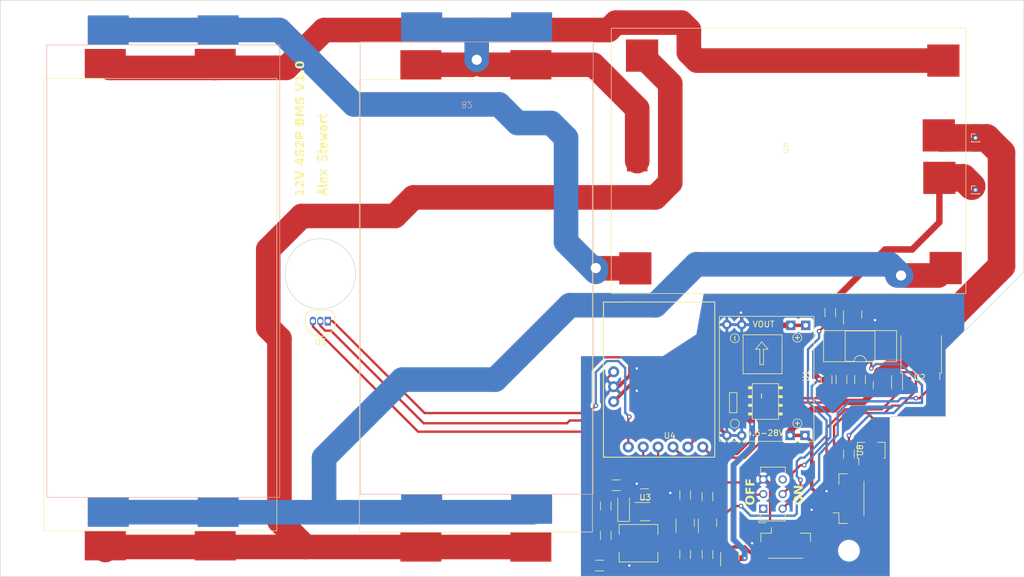
<source format=kicad_pcb>
(kicad_pcb (version 20221018) (generator pcbnew)
  (title_block (title "4s2p 18650 Mount, BMS with Power Distribution Circuit") (date "2024-06-03") (rev "6"))
  (layers (0 "F.Cu" signal) (31 "B.Cu" signal) (34 "B.Paste" user) (35 "F.Paste" user) (36 "B.SilkS" user "B.Silkscreen") (37 "F.SilkS" user "F.Silkscreen") (38 "B.Mask" user) (39 "F.Mask" user) (44 "Edge.Cuts" user))
  (net 0 "")
  (net 1 "Batt +")
  (net 2 "Batt -")
  (net 3 "Chgr operating 12V+")
  (net 4 "Chgr sgl 15V+")
  (net 5 "5v attiny out")
  (net 6 "Net-(Q2-B)")
  (net 7 "DCG SW VCC")
  (net 8 "Reg Batt 9v")
  (net 9 "CGE SW VCC")
  (net 10 "Net-(Q7-B)")
  (net 11 "Battery Vref")
  (net 12 "Batt SW VCC")
  (net 13 "Net-(R12-Pad2)")
  (net 14 "Net-(U4-P2)")
  (net 15 "15v+ CHG VCC")
  (net 16 "Net-(U4-P1)")
  (net 17 "Net-(D1-A)")
  (net 18 "Net-(U3-FB)")
  (net 19 "OUT 9V+ ")
  (net 20 "Net-(B1-B1+)")
  (net 21 "Net-(B1-B1-)")
  (net 22 "Net-(B2-B1-)")
  (net 23 "Net-(B3-B1-)")
  (net 24 "Net-(B4-B1-)")
  (net 25 "Charge supplied VCC")
  (net 28 "Net-(U4-P0)")
  (net 29 "GND")
  (net 30 "charger GND bypass")
  (net 31 "Net-(Q1-G)")
  (net 32 "Net-(SW1A-B)")
  (footprint "Resistor_SMD:R_1206_3216Metric" (layer "F.Cu") (at 179.075 146.155 90)
    (fp_text reference "R9" hide)
    (fp_text value "10K" hide)
  )
  (footprint "Resistor_SMD:R_1206_3216Metric" (layer "F.Cu") (at 203.2 116.305 90)
    (fp_text reference "R4" hide)
    (fp_text value "10K" hide)
  )
  (footprint "ChargingModuleLib:Digispark attiny85 board" (layer "F.Cu") (at 175.725 127.805)
    (fp_text reference "U4")
    (fp_text value "ATTiny 85 Module ")
  )
  (footprint "Resistor_SMD:R_1206_3216Metric" (layer "F.Cu") (at 203.835 104.875 -90)
    (fp_text reference "R11" hide)
    (fp_text value "100K" hide)
  )
  (footprint "DCDC buck converter lm2596:18650 Batt 2S Holder" (layer "F.Cu") (at 76.645 142.17)
    (fp_text reference "B4" hide)
    (fp_text value "~")
  )
  (footprint "Resistor_SMD:R_1206_3216Metric" (layer "F.Cu") (at 167.303 134.339)
    (fp_text reference "R2" hide)
    (fp_text value "200K" hide)
  )
  (footprint "Package_TO_SOT_SMD:SOT-23" (layer "F.Cu") (at 179.075 140.7425 90)
    (fp_text reference "Q7" hide)
    (fp_text value "PN100" hide)
  )
  (footprint "Capacitor_SMD:C_1206_3216Metric" (layer "F.Cu") (at 172.129 135.863)
    (fp_text reference "C1" hide)
    (fp_text value "4.7uf" hide)
  )
  (footprint "Resistor_SMD:R_1206_3216Metric" (layer "F.Cu") (at 207.01 129.005 90)
    (fp_text reference "R3" hide)
    (fp_text value "430R" hide)
  )
  (footprint "Capacitor_SMD:C_1206_3216Metric" (layer "F.Cu") (at 165.525 142.926 -90)
    (fp_text reference "C5" hide)
    (fp_text value "6.2pf" hide)
  )
  (footprint "Package_TO_SOT_SMD:SOT-23-5" (layer "F.Cu") (at 172.2505 138.845)
    (fp_text reference "U3")
    (fp_text value "TPS61040DBV" hide)
  )
  (footprint "Connector_JST:JST_GH_SM04B-GHS-TB_1x04-1MP_P1.25mm_Horizontal" (layer "F.Cu") (at 207.01 136.625 90)
    (fp_text reference "J3" hide)
    (fp_text value "JST CONN IN")
  )
  (footprint "Connector_JST:JST_GH_SM04B-GHS-TB_1x04-1MP_P1.25mm_Horizontal" (layer "F.Cu") (at 196.215 144.245)
    (fp_text reference "J1" hide)
    (fp_text value "JST CONN OUT")
  )
  (footprint "Resistor_SMD:R_1206_3216Metric" (layer "F.Cu") (at 205.74 116.305 -90)
    (fp_text reference "R10" hide)
    (fp_text value "10K" hide)
  )
  (footprint "DCDC buck converter lm2596:18650 Batt 2S Holder" (layer "F.Cu") (at 130.485 142.38)
    (fp_text reference "B3" hide)
    (fp_text value "~")
  )
  (footprint "Resistor_SMD:R_1206_3216Metric" (layer "F.Cu") (at 165.525 137.895 90)
    (fp_text reference "R1" hide)
    (fp_text value "2.2M" hide)
  )
  (footprint "Package_DIP:DIP-4_W8.89mm_SMDSocket_LongPads" (layer "F.Cu") (at 208.915 110.59 180)
    (fp_text reference "U7" hide)
    (fp_text value "PC817")
  )
  (footprint "MountingHole:MountingHole_3.2mm_M3" (layer "F.Cu") (at 66.675 145.515)
    (fp_text reference "REF**" hide)
    (fp_text value "MountingHole_3.2mm_M3" hide)
  )
  (footprint "Button_Switch_THT:SW_CuK_JS202011CQN_DPDT_Straight" (layer "F.Cu") (at 192.405 138.35 90)
    (fp_text reference "SW1" hide)
    (fp_text value "SW_DPDT_x2" hide)
  )
  (footprint "Package_TO_SOT_SMD:SOT-89-3" (layer "F.Cu") (at 210.82 128.37 90)
    (fp_text reference "U8")
    (fp_text value "L78L05_SOT89" hide)
  )
  (footprint "MountingHole:MountingHole_3.2mm_M3" (layer "F.Cu") (at 231.775 55.98)
    (fp_text reference "REF**" hide)
    (fp_text value "MountingHole_3.2mm_M3" hide)
  )
  (footprint "Package_TO_SOT_SMD:SOT-23" (layer "F.Cu") (at 207.645 105.1775 90)
    (fp_text reference "Q1" hide)
    (fp_text value "AO3400A" hide)
  )
  (footprint "Resistor_SMD:R_1206_3216Metric" (layer "F.Cu") (at 179.075 135.995 -90)
    (fp_text reference "R8" hide)
    (fp_text value "3k3" hide)
  )
  (footprint "Package_TO_SOT_SMD:SOT-23" (layer "F.Cu") (at 182.885 140.7425 90)
    (fp_text reference "Q2" hide)
    (fp_text value "PN100" hide)
  )
  (footprint "Connector_PinHeader_1.00mm:PinHeader_1x01_P1.00mm_Vertical" (layer "F.Cu") (at 228.6 83.92)
    (fp_text reference "J7" hide)
    (fp_text value "B-")
  )
  (footprint "Package_TO_SOT_SMD:TO-252-2" (layer "F.Cu") (at 219.335 111.9 90)
    (fp_text reference "U2")
    (fp_text value "~" hide)
  )
  (footprint "MountingHole:MountingHole_3.2mm_M3" (layer "F.Cu") (at 207.01 145.515)
    (fp_text reference "REF**" hide)
    (fp_text value "MountingHole_3.2mm_M3" hide)
  )
  (footprint "Connector_PinHeader_1.00mm:PinHeader_1x01_P1.00mm_Vertical" (layer "F.Cu") (at 228.6 75.03)
    (fp_text reference "J4" hide)
    (fp_text value "B+")
  )
  (footprint "Package_TO_SOT_THT:TO-92_Inline" (layer "F.Cu") (at 118.11 106.32 180)
    (fp_text reference "U5")
    (fp_text value "DS18B20")
  )
  (footprint "ChargingModuleLib:SRT_MPT1584EN_Module" (layer "F.Cu") (at 192.405 115.67 90)
    (fp_text reference "U1")
    (fp_text value "MP1584 ")
  )
  (footprint "DCDC buck converter lm2596:BMS 4S Module" (layer "F.Cu") (at 227.02 101.655 90)
    (fp_text reference "U6")
    (fp_text value "4s Batt Protect Module")
  )
  (footprint "Capacitor_SMD:C_1206_3216Metric" (layer "F.Cu") (at 164.465 148.055 180)
    (fp_text reference "C6" hide)
    (fp_text value "1uf" hide)
  )
  (footprint "Inductor_SMD:L_6.3x6.3_H3" (layer "F.Cu") (at 171.113 144.245 180)
    (fp_text reference "L1" hide)
    (fp_text value "10uh")
  )
  (footprint "Resistor_SMD:R_1206_3216Metric" (layer "F.Cu") (at 182.885 146.155 -90)
    (fp_text reference "R7" hide)
    (fp_text value "10K" hide)
  )
  (footprint "Diode_SMD:D_SOD-123" (layer "F.Cu") (at 168.573 138.149 90)
    (fp_text reference "D1" hide)
    (fp_text value "MBR0530" hide)
  )
  (footprint "MountingHole:MountingHole_3.2mm_M3" (layer "F.Cu") (at 66.675 55.345)
    (fp_text reference "REF**" hide)
    (fp_text value "MountingHole_3.2mm_M3" hide)
  )
  (footprint "Package_TO_SOT_SMD:SOT-23" (layer "F.Cu") (at 212.725 117.2725 -90)
    (fp_text reference "Q4" hide)
    (fp_text value "AO3407" hide)
  )
  (footprint "Resistor_SMD:R_1206_3216Metric" (layer "F.Cu") (at 182.885 136.293 90)
    (fp_text reference "R6" hide)
    (fp_text value "3k3" hide)
  )
  (footprint "Resistor_SMD:R_1206_3216Metric" (layer "F.Cu") (at 208.915 116.305 90)
    (fp_text reference "R12" hide)
    (fp_text value "430R" hide)
  )
  (footprint "Package_TO_SOT_SMD:SOT-23" (layer "F.Cu") (at 186.69 146.4525 90)
    (fp_text reference "Q3" hide)
    (fp_text value "AO3407" hide)
  )
  (footprint "DCDC buck converter lm2596:18650 Batt 2S Holder" (layer "B.Cu") (at 77.145 59.115)
    (fp_text reference "B1" hide)
    (fp_text value "~")
  )
  (footprint "DCDC buck converter lm2596:18650 Batt 2S Holder" (layer "B.Cu") (at 130.62 58.59)
    (fp_text reference "B2")
    (fp_text value "~")
  )
  (gr_line (start 227.33 51.535) (end 62.23 51.535) (stroke (width 0.1)) (layer "Edge.Cuts"))
  (gr_line (start 223.52 122.655) (end 223.52 111.225) (stroke (width 0.1)) (layer "Edge.Cuts"))
  (gr_line (start 213.995 132.18) (end 213.995 123.925) (stroke (width 0.1)) (layer "Edge.Cuts"))
  (gr_circle (center 116.84 98.24) (end 122.84 98.24) (stroke (width 0.1)) (fill none) (layer "Edge.Cuts"))
  (gr_line (start 62.23 51.535) (end 62.23 149.96) (stroke (width 0.1)) (layer "Edge.Cuts"))
  (gr_line (start 212.725 149.96) (end 213.995 149.96) (stroke (width 0.1)) (layer "Edge.Cuts"))
  (gr_line (start 62.23 149.96) (end 212.725 149.96) (stroke (width 0.1)) (layer "Edge.Cuts"))
  (gr_line (start 236.855 51.535) (end 227.33 51.535) (stroke (width 0.1)) (layer "Edge.Cuts"))
  (gr_line (start 223.52 122.655) (end 213.995 122.655) (stroke (width 0.1)) (layer "Edge.Cuts"))
  (gr_line (start 213.995 149.96) (end 213.995 132.18) (stroke (width 0.1)) (layer "Edge.Cuts"))
  (gr_line (start 236.855 97.89) (end 236.855 51.535) (stroke (width 0.1)) (layer "Edge.Cuts"))
  (gr_line (start 223.52 111.225) (end 236.855 97.89) (stroke (width 0.1)) (layer "Edge.Cuts"))
  (gr_line (start 213.995 123.925) (end 213.995 122.655) (stroke (width 0.1)) (layer "Edge.Cuts"))
  (gr_text "OFF\n" (at 191.135 137.795 90) (layer "F.SilkS") (effects (font (size 1.5 1.5) (thickness 0.3) bold) (justify left bottom)))
  (gr_text "ON\n" (at 199.39 137.795 90) (layer "F.SilkS") (effects (font (size 1.5 1.5) (thickness 0.3) bold) (justify left bottom)))
  (gr_text "Alex Stewart" (at 118.11 85.09 90) (layer "F.SilkS") (effects (font (size 1.5 1.5) (thickness 0.3) bold) (justify left bottom)))
  (gr_text "12V 4S2P BMS V1.0\n\n" (at 116.84 85.09 90) (layer "F.SilkS") (effects (font (size 1.5 1.5) (thickness 0.3) bold) (justify left bottom)))
  (segment (start 228.6 75.03) (end 222.77 75.03) (width 4.7) (layer "F.Cu") (net 1))
  (segment (start 197.32 134.21) (end 195.58 135.95) (width 0.4) (layer "F.Cu") (net 1))
  (segment (start 201.295 115.57) (end 201.295 114.3) (width 1) (layer "F.Cu") (net 1))
  (segment (start 203.735 111.86) (end 204.47 111.86) (width 0.4) (layer "F.Cu") (net 1))
  (segment (start 201.295 114.3) (end 203.735 111.86) (width 1) (layer "F.Cu") (net 1))
  (segment (start 212.437501 114.935) (end 213.607501 113.765) (width 1.5) (layer "F.Cu") (net 1))
  (segment (start 204.47 111.86) (end 204.47 113.5725) (width 0.6) (layer "F.Cu") (net 1))
  (segment (start 233.045 77.57) (end 230.505 75.03) (width 4.7) (layer "F.Cu") (net 1))
  (segment (start 233.045 96.93) (end 233.045 77.57) (width 4.7) (layer "F.Cu") (net 1))
  (segment (start 216.36 113.765) (end 217.81 112.315) (width 1.5) (layer "F.Cu") (net 1))
  (segment (start 211.775 116.335) (end 211.775 115.597501) (width 1.5) (layer "F.Cu") (net 1))
  (segment (start 211.775 115.597501) (end 212.09 115.282501) (width 1.5) (layer "F.Cu") (net 1))
  (segment (start 197.32 132.345) (end 197.32 134.21) (width 0.4) (layer "F.Cu") (net 1))
  (segment (start 230.505 75.03) (end 228.6 75.03) (width 4.7) (layer "F.Cu") (net 1))
  (segment (start 201.93 116.205) (end 201.295 115.57) (width 1) (layer "F.Cu") (net 1))
  (segment (start 212.09 115.282501) (end 212.09 114.935) (width 1.5) (layer "F.Cu") (net 1))
  (segment (start 199.39 130.91) (end 198.755 130.91) (width 0.4) (layer "F.Cu") (net 1))
  (segment (start 202.06 116.335) (end 211.775 116.335) (width 1) (layer "F.Cu") (net 1))
  (segment (start 213.607501 113.765) (end 216.36 113.765) (width 1.5) (layer "F.Cu") (net 1))
  (segment (start 219.335 110.64) (end 233.045 96.93) (width 4.7) (layer "F.Cu") (net 1))
  (segment (start 204.47 113.5725) (end 203.2 114.8425) (width 0.6) (layer "F.Cu") (net 1))
  (segment (start 201.93 116.205) (end 202.06 116.335) (width 0.4) (layer "F.Cu") (net 1))
  (segment (start 222.77 75.03) (end 222.345 74.605) (width 4.7) (layer "F.Cu") (net 1))
  (segment (start 198.755 130.91) (end 197.32 132.345) (width 0.4) (layer "F.Cu") (net 1))
  (via (at 199.39 130.91) (size 0.8) (drill 0.4) (layers "F.Cu" "B.Cu") (net 1))
  (via (at 201.93 116.205) (size 0.8) (drill 0.4) (layers "F.Cu" "B.Cu") (net 1))
  (segment (start 200.66 117.475) (end 200.66 119.48) (width 0.4) (layer "B.Cu") (net 1))
  (segment (start 201.93 116.205) (end 200.66 117.475) (width 0.4) (layer "B.Cu") (net 1))
  (segment (start 203.835 122.655) (end 203.835 126.1475) (width 0.4) (layer "B.Cu") (net 1))
  (segment (start 200.66 119.48) (end 203.835 122.655) (width 0.4) (layer "B.Cu") (net 1))
  (segment (start 203.835 126.1475) (end 199.39 130.91) (width 0.4) (layer "B.Cu") (net 1))
  (segment (start 222.445 89.44) (end 222.445 81.855) (width 1.1) (layer "F.Cu") (net 2))
  (segment (start 222.605 82.015) (end 222.445 81.855) (width 2.2) (layer "F.Cu") (net 2))
  (segment (start 222.445 81.855) (end 226.535 81.855) (width 4.7) (layer "F.Cu") (net 2))
  (segment (start 204.6625 104.24) (end 203.835 103.4125) (width 1.1) (layer "F.Cu") (net 2))
  (segment (start 203.835 103.4125) (end 213.1675 94.08) (width 1.1) (layer "F.Cu") (net 2))
  (segment (start 217.805 94.08) (end 222.445 89.44) (width 1.1) (layer "F.Cu") (net 2))
  (segment (start 213.1675 94.08) (end 217.805 94.08) (width 1.1) (layer "F.Cu") (net 2))
  (segment (start 226.535 81.855) (end 227.965 83.285) (width 4.7) (layer "F.Cu") (net 2))
  (segment (start 207.645 104.24) (end 204.6625 104.24) (width 1.1) (layer "F.Cu") (net 2))
  (segment (start 211.455 118.21) (end 209.55 120.115) (width 1.1) (layer "F.Cu") (net 3))
  (segment (start 205.813502 120.115) (end 204.543502 121.385) (width 1.1) (layer "F.Cu") (net 3))
  (segment (start 212.725 118.21) (end 211.455 118.21) (width 1.1) (layer "F.Cu") (net 3))
  (segment (start 204.310001 138.5) (end 205.16 138.5) (width 0.6) (layer "F.Cu") (net 3))
  (segment (start 199.517 125.83) (end 200.66 126.973) (width 0.6) (layer "F.Cu") (net 3))
  (segment (start 200.66 134.849999) (end 204.310001 138.5) (width 0.6) (layer "F.Cu") (net 3))
  (segment (start 196.977 125.068) (end 196.977 125.83) (width 1.1) (layer "F.Cu") (net 3))
  (segment (start 204.543502 121.385) (end 200.66 121.385) (width 1.1) (layer "F.Cu") (net 3))
  (segment (start 209.55 120.115) (end 205.813502 120.115) (width 1.1) (layer "F.Cu") (net 3))
  (segment (start 200.66 126.973) (end 200.66 134.849999) (width 0.6) (layer "F.Cu") (net 3))
  (segment (start 200.66 121.385) (end 196.977 125.068) (width 1.1) (layer "F.Cu") (net 3))
  (segment (start 199.517 125.83) (end 196.977 125.83) (width 0.6) (layer "F.Cu") (net 3))
  (segment (start 206.6925 122.02) (end 204.47 124.2425) (width 0.4) (layer "F.Cu") (net 4))
  (segment (start 210.185 122.02) (end 206.6925 122.02) (width 0.4) (layer "F.Cu") (net 4))
  (segment (start 204.47 127.1) (end 204.47 131.545) (width 0.4) (layer "F.Cu") (net 4))
  (segment (start 212.32 124.155) (end 210.185 122.02) (width 0.4) (layer "F.Cu") (net 4))
  (segment (start 213.675 116.335) (end 213.675 115.99) (width 0.4) (layer "F.Cu") (net 4))
  (segment (start 213.091764 122.02) (end 210.185 122.02) (width 0.4) (layer "F.Cu") (net 4))
  (segment (start 204.47 124.2425) (end 204.47 127.1) (width 0.4) (layer "F.Cu") (net 4))
  (segment (start 206.009999 137.25) (end 205.16 137.25) (width 0.4) (layer "F.Cu") (net 4))
  (segment (start 215.9 120.75) (end 214.361764 120.75) (width 0.4) (layer "F.Cu") (net 4))
  (segment (start 217.805 115.035) (end 218.44 115.67) (width 0.4) (layer "F.Cu") (net 4))
  (segment (start 207.01 134.085) (end 207.01 136.249999) (width 0.4) (layer "F.Cu") (net 4))
  (segment (start 218.44 115.67) (end 218.44 118.21) (width 0.4) (layer "F.Cu") (net 4))
  (segment (start 212.32 130.32) (end 212.32 124.155) (width 0.4) (layer "F.Cu") (net 4))
  (segment (start 204.47 131.545) (end 207.01 134.085) (width 0.4) (layer "F.Cu") (net 4))
  (segment (start 213.675 115.99) (end 214.63 115.035) (width 0.4) (layer "F.Cu") (net 4))
  (segment (start 214.63 115.035) (end 217.805 115.035) (width 0.4) (layer "F.Cu") (net 4))
  (segment (start 218.44 118.21) (end 215.9 120.75) (width 0.4) (layer "F.Cu") (net 4))
  (segment (start 214.361764 120.75) (end 213.091764 122.02) (width 0.4) (layer "F.Cu") (net 4))
  (segment (start 207.01 136.249999) (end 206.009999 137.25) (width 0.4) (layer "F.Cu") (net 4))
  (segment (start 173.604 135.863) (end 173.604 137.69) (width 0.4) (layer "F.Cu") (net 5))
  (segment (start 168.91 132.815) (end 171.456 132.815) (width 0.4) (layer "F.Cu") (net 5))
  (segment (start 171.456 132.815) (end 173.604 134.963) (width 0.4) (layer "F.Cu") (net 5))
  (segment (start 165.1 123.29) (end 165.1 116.75) (width 0.4) (layer "F.Cu") (net 5))
  (segment (start 115.57 106.32) (end 115.57 107.26) (width 0.4) (layer "F.Cu") (net 5))
  (segment (start 173.355 139.839) (end 173.399 139.795) (width 0.4) (layer "F.Cu") (net 5))
  (segment (start 165.1 116.75) (end 166.875 114.975) (width 0.4) (layer "F.Cu") (net 5))
  (segment (start 133.505 125.195) (end 163.195 125.195) (width 0.4) (layer "F.Cu") (net 5))
  (segment (start 115.57 107.26) (end 133.505 125.195) (width 0.4) (layer "F.Cu") (net 5))
  (segment (start 173.604 137.69) (end 173.399 137.895) (width 0.4) (layer "F.Cu") (net 5))
  (segment (start 173.399 139.795) (end 173.399 137.895) (width 0.4) (layer "F.Cu") (net 5))
  (segment (start 173.604 134.963) (end 173.604 135.863) (width 0.4) (layer "F.Cu") (net 5))
  (segment (start 167.64 129.64) (end 167.64 131.545) (width 0.4) (layer "F.Cu") (net 5))
  (segment (start 163.195 125.195) (end 165.735 127.735) (width 0.4) (layer "F.Cu") (net 5))
  (segment (start 165.735 127.735) (end 167.64 129.64) (width 0.4) (layer "F.Cu") (net 5))
  (segment (start 163.195 125.195) (end 165.1 123.29) (width 0.4) (layer "F.Cu") (net 5))
  (segment (start 167.64 131.545) (end 168.91 132.815) (width 0.4) (layer "F.Cu") (net 5))
  (segment (start 173.355 144.245) (end 173.355 139.839) (width 0.4) (layer "F.Cu") (net 5))
  (segment (start 183.835 138.7055) (end 182.885 137.7555) (width 0.4) (layer "F.Cu") (net 6))
  (segment (start 183.835 141.68) (end 183.835 138.7055) (width 0.4) (layer "F.Cu") (net 6))
  (segment (start 185.5125 147.6175) (end 185.74 147.39) (width 0.4) (layer "F.Cu") (net 7))
  (segment (start 182.885 147.6175) (end 185.5125 147.6175) (width 0.4) (layer "F.Cu") (net 7))
  (segment (start 190.5 123.925) (end 186.69 120.115) (width 0.6) (layer "F.Cu") (net 8))
  (segment (start 199.644 107.034) (end 197.104 107.034) (width 0.6) (layer "F.Cu") (net 8))
  (segment (start 190.5 123.925) (end 190.5 111.86) (width 1) (layer "F.Cu") (net 8))
  (segment (start 182.88 120.115) (end 180.075 117.31) (width 0.6) (layer "F.Cu") (net 8))
  (segment (start 190.5 111.86) (end 195.326 107.034) (width 1) (layer "F.Cu") (net 8))
  (segment (start 195.326 107.034) (end 197.104 107.034) (width 1) (layer "F.Cu") (net 8))
  (segment (start 186.69 120.115) (end 182.88 120.115) (width 0.6) (layer "F.Cu") (net 8))
  (segment (start 189.23 146.785) (end 188.245 146.785) (width 1) (layer "F.Cu") (net 8))
  (segment (start 188.245 146.785) (end 187.64 147.39) (width 1) (layer "F.Cu") (net 8))
  (segment (start 180.075 117.31) (end 169.62 117.31) (width 0.6) (layer "F.Cu") (net 8))
  (segment (start 169.62 117.31) (end 166.875 120.055) (width 0.6) (layer "F.Cu") (net 8))
  (via (at 190.5 123.925) (size 0.8) (drill 0.4) (layers "F.Cu" "B.Cu") (net 8))
  (via (at 189.23 146.785) (size 0.8) (drill 0.4) (layers "F.Cu" "B.Cu") (net 8))
  (segment (start 189.23 145.515) (end 189.23 146.785) (width 1) (layer "B.Cu") (net 8))
  (segment (start 187.325 130.91) (end 187.325 143.61) (width 1) (layer "B.Cu") (net 8))
  (segment (start 190.5 123.925) (end 190.5 127.735) (width 1) (layer "B.Cu") (net 8))
  (segment (start 190.5 127.735) (end 187.325 130.91) (width 1) (layer "B.Cu") (net 8))
  (segment (start 187.325 143.61) (end 189.23 145.515) (width 1) (layer "B.Cu") (net 8))
  (segment (start 219.075 119.48) (end 221.615 116.94) (width 0.4) (layer "F.Cu") (net 9))
  (segment (start 182.245 146.15) (end 180.7775 147.6175) (width 0.4) (layer "F.Cu") (net 9))
  (segment (start 180.7775 147.6175) (end 179.075 147.6175) (width 0.4) (layer "F.Cu") (net 9))
  (segment (start 185.42 139.8) (end 185.42 142.975) (width 0.4) (layer "F.Cu") (net 9))
  (segment (start 184.785 145.515) (end 184.15 146.15) (width 0.4) (layer "F.Cu") (net 9))
  (segment (start 184.785 143.61) (end 184.785 145.515) (width 0.4) (layer "F.Cu") (net 9))
  (segment (start 218.44 119.48) (end 219.075 119.48) (width 0.4) (layer "F.Cu") (net 9))
  (segment (start 187.325 137.895) (end 185.42 139.8) (width 0.4) (layer "F.Cu") (net 9))
  (segment (start 185.42 142.975) (end 184.785 143.61) (width 0.4) (layer "F.Cu") (net 9))
  (segment (start 188.595 137.895) (end 187.325 137.895) (width 0.4) (layer "F.Cu") (net 9))
  (segment (start 184.15 146.15) (end 182.245 146.15) (width 0.4) (layer "F.Cu") (net 9))
  (via (at 188.595 137.895) (size 0.8) (drill 0.4) (layers "F.Cu" "B.Cu") (net 9))
  (via (at 218.44 119.48) (size 0.8) (drill 0.4) (layers "F.Cu" "B.Cu") (net 9))
  (segment (start 190.25 139.55) (end 188.595 137.895) (width 0.4) (layer "B.Cu") (net 9))
  (segment (start 204.26657 126.564458) (end 201.93 129.067926) (width 0.4) (layer "B.Cu") (net 9))
  (segment (start 205.105 125.726028) (end 204.26657 126.564458) (width 0.4) (layer "B.Cu") (net 9))
  (segment (start 201.93 133.45) (end 198.12 137.26) (width 0.4) (layer "B.Cu") (net 9))
  (segment (start 201.93 129.067926) (end 201.93 133.45) (width 0.4) (layer "B.Cu") (net 9))
  (segment (start 218.44 119.48) (end 215.9 119.48) (width 0.4) (layer "B.Cu") (net 9))
  (segment (start 207.11 120.015) (end 205.105 122.02) (width 0.4) (layer "B.Cu") (net 9))
  (segment (start 198.12 139.165) (end 197.735 139.55) (width 0.4) (layer "B.Cu") (net 9))
  (segment (start 215.9 119.48) (end 215.365 120.015) (width 0.4) (layer "B.Cu") (net 9))
  (segment (start 215.365 120.015) (end 207.11 120.015) (width 0.4) (layer "B.Cu") (net 9))
  (segment (start 198.12 137.26) (end 198.12 139.165) (width 0.4) (layer "B.Cu") (net 9))
  (segment (start 197.735 139.55) (end 190.25 139.55) (width 0.4) (layer "B.Cu") (net 9))
  (segment (start 205.105 122.02) (end 205.105 125.726028) (width 0.4) (layer "B.Cu") (net 9))
  (segment (start 179.075 137.948125) (end 179.075 137.4575) (width 0.4) (layer "F.Cu") (net 10))
  (segment (start 180.025 141.68) (end 180.025 138.898125) (width 0.4) (layer "F.Cu") (net 10))
  (segment (start 180.025 138.898125) (end 179.075 137.948125) (width 0.4) (layer "F.Cu") (net 10))
  (segment (start 203.2 117.7675) (end 204.47 117.7675) (width 0.6) (layer "F.Cu") (net 11))
  (segment (start 180.875 125.83) (end 180.34 126.365) (width 0.4) (layer "F.Cu") (net 11))
  (segment (start 203.835 119.48) (end 193.675 119.48) (width 0.4) (layer "F.Cu") (net 11))
  (segment (start 180.34 127) (end 179.535 127.805) (width 0.4) (layer "F.Cu") (net 11))
  (segment (start 192.405 124.56) (end 187.96 129.005) (width 0.4) (layer "F.Cu") (net 11))
  (segment (start 182.88 125.83) (end 180.875 125.83) (width 0.4) (layer "F.Cu") (net 11))
  (segment (start 204.47 118.845) (end 203.835 119.48) (width 0.4) (layer "F.Cu") (net 11))
  (segment (start 187.96 129.005) (end 186.055 129.005) (width 0.4) (layer "F.Cu") (net 11))
  (segment (start 193.675 119.48) (end 192.405 120.75) (width 0.4) (layer "F.Cu") (net 11))
  (segment (start 204.47 117.7675) (end 204.47 118.845) (width 0.4) (layer "F.Cu") (net 11))
  (segment (start 204.47 117.7675) (end 205.74 117.7675) (width 0.6) (layer "F.Cu") (net 11))
  (segment (start 186.055 129.005) (end 182.88 125.83) (width 0.4) (layer "F.Cu") (net 11))
  (segment (start 180.34 126.365) (end 180.34 127) (width 0.4) (layer "F.Cu") (net 11))
  (segment (start 192.405 120.75) (end 192.405 124.56) (width 0.4) (layer "F.Cu") (net 11))
  (segment (start 205.74 118.845) (end 207.8375 118.845) (width 0.4) (layer "F.Cu") (net 12))
  (segment (start 193.781764 120.221764) (end 204.363236 120.221764) (width 0.4) (layer "F.Cu") (net 12))
  (segment (start 207.8375 118.845) (end 208.915 117.7675) (width 0.4) (layer "F.Cu") (net 12))
  (segment (start 184.15 129.005) (end 184.785 129.64) (width 0.4) (layer "F.Cu") (net 12))
  (segment (start 184.785 129.64) (end 189.23 129.64) (width 0.4) (layer "F.Cu") (net 12))
  (segment (start 189.23 129.64) (end 193.04 125.83) (width 0.4) (layer "F.Cu") (net 12))
  (segment (start 182.075 127.805) (end 183.275 129.005) (width 0.4) (layer "F.Cu") (net 12))
  (segment (start 193.04 120.963528) (end 193.781764 120.221764) (width 0.4) (layer "F.Cu") (net 12))
  (segment (start 183.275 129.005) (end 184.15 129.005) (width 0.4) (layer "F.Cu") (net 12))
  (segment (start 193.04 125.83) (end 193.04 120.963528) (width 0.4) (layer "F.Cu") (net 12))
  (segment (start 204.363236 120.221764) (end 205.74 118.845) (width 0.4) (layer "F.Cu") (net 12))
  (segment (start 210.82 112.495) (end 211.455 111.86) (width 0.4) (layer "F.Cu") (net 13))
  (segment (start 211.455 111.86) (end 213.36 111.86) (width 0.4) (layer "F.Cu") (net 13))
  (segment (start 207.01 127.5425) (end 207.01 125.83) (width 0.4) (layer "F.Cu") (net 13))
  (segment (start 210.82 111.86) (end 211.455 111.86) (width 0.4) (layer "F.Cu") (net 13))
  (segment (start 210.82 114.4) (end 210.82 112.495) (width 0.4) (layer "F.Cu") (net 13))
  (segment (start 208.915 114.8425) (end 208.915 113.765) (width 0.4) (layer "F.Cu") (net 13))
  (segment (start 208.915 113.765) (end 210.82 111.86) (width 0.4) (layer "F.Cu") (net 13))
  (segment (start 210.82 112.495) (end 210.82 111.86) (width 0.4) (layer "F.Cu") (net 13))
  (via (at 207.01 125.83) (size 0.8) (drill 0.4) (layers "F.Cu" "B.Cu") (net 13))
  (via (at 210.82 114.4) (size 0.8) (drill 0.4) (layers "F.Cu" "B.Cu") (net 13))
  (segment (start 219.475685 120.28) (end 219.475685 117.240685) (width 0.4) (layer "B.Cu") (net 13))
  (segment (start 219.475685 117.240685) (end 215.9 113.665) (width 0.4) (layer "B.Cu") (net 13))
  (segment (start 214.63 122.02) (end 216.37 120.28) (width 0.4) (layer "B.Cu") (net 13))
  (segment (start 215.9 113.665) (end 211.555 113.665) (width 0.4) (layer "B.Cu") (net 13))
  (segment (start 211.555 113.665) (end 210.82 114.4) (width 0.4) (layer "B.Cu") (net 13))
  (segment (start 216.37 120.28) (end 219.475685 120.28) (width 0.4) (layer "B.Cu") (net 13))
  (segment (start 210.82 122.02) (end 214.63 122.02) (width 0.4) (layer "B.Cu") (net 13))
  (segment (start 207.01 125.83) (end 210.82 122.02) (width 0.4) (layer "B.Cu") (net 13))
  (segment (start 180.8695 132.815) (end 182.885 134.8305) (width 0.4) (layer "F.Cu") (net 14))
  (segment (start 174.455 130.526472) (end 174.455 127.805) (width 0.4) (layer "F.Cu") (net 14))
  (segment (start 174.838528 130.91) (end 176.743528 132.815) (width 0.4) (layer "F.Cu") (net 14))
  (segment (start 174.838528 130.91) (end 174.455 130.526472) (width 0.4) (layer "F.Cu") (net 14))
  (segment (start 176.743528 132.815) (end 180.8695 132.815) (width 0.4) (layer "F.Cu") (net 14))
  (segment (start 180.1525 144.6925) (end 179.075 144.6925) (width 0.4) (layer "F.Cu") (net 15))
  (segment (start 180.35 146.15) (end 163.83 146.15) (width 0.4) (layer "F.Cu") (net 15))
  (segment (start 166.825 140.6575) (end 165.525 139.3575) (width 0.4) (layer "F.Cu") (net 15))
  (segment (start 167.939 139.165) (end 166.4795 139.165) (width 0.4) (layer "F.Cu") (net 15))
  (segment (start 180.98 145.52) (end 180.35 146.15) (width 0.4) (layer "F.Cu") (net 15))
  (segment (start 165.525 144.401) (end 163.803 146.123) (width 0.4) (layer "F.Cu") (net 15))
  (segment (start 165.525 144.401) (end 166.131 144.401) (width 0.4) (layer "F.Cu") (net 15))
  (segment (start 166.4795 139.165) (end 166.033 139.6115) (width 0.4) (layer "F.Cu") (net 15))
  (segment (start 165.525 144.401) (end 166.825 143.101) (width 0.4) (layer "F.Cu") (net 15))
  (segment (start 181.8075 144.6925) (end 182.885 144.6925) (width 0.4) (layer "F.Cu") (net 15))
  (segment (start 166.825 143.101) (end 166.825 140.6575) (width 0.4) (layer "F.Cu") (net 15))
  (segment (start 180.98 145.52) (end 181.8075 144.6925) (width 0.4) (layer "F.Cu") (net 15))
  (segment (start 162.99 146.936) (end 162.99 147.42) (width 0.4) (layer "F.Cu") (net 15))
  (segment (start 182.885 139.805) (end 182.885 144.6925) (width 0.4) (layer "F.Cu") (net 15))
  (segment (start 163.803 146.123) (end 162.99 146.936) (width 0.4) (layer "F.Cu") (net 15))
  (segment (start 168.573 139.799) (end 167.939 139.165) (width 0.4) (layer "F.Cu") (net 15))
  (segment (start 180.98 145.52) (end 180.1525 144.6925) (width 0.4) (layer "F.Cu") (net 15))
  (segment (start 163.83 146.15) (end 163.803 146.123) (width 0.4) (layer "F.Cu") (net 15))
  (segment (start 179.075 139.805) (end 179.075 144.6925) (width 0.4) (layer "F.Cu") (net 15))
  (segment (start 179.075 134.09) (end 179.075 134.5325) (width 0.4) (layer "F.Cu") (net 16))
  (segment (start 171.915 130.74) (end 171.915 127.805) (width 0.4) (layer "F.Cu") (net 16))
  (segment (start 176.53 133.45) (end 174.625 133.45) (width 0.4) (layer "F.Cu") (net 16))
  (segment (start 179.075 134.5325) (end 177.6125 134.5325) (width 0.4) (layer "F.Cu") (net 16))
  (segment (start 177.6125 134.5325) (end 176.53 133.45) (width 0.4) (layer "F.Cu") (net 16))
  (segment (start 174.625 133.45) (end 171.915 130.74) (width 0.4) (layer "F.Cu") (net 16))
  (segment (start 168.319 141.959) (end 168.735 141.543) (width 0.4) (layer "F.Cu") (net 17))
  (segment (start 169.969 137.895) (end 168.573 136.499) (width 0.4) (layer "F.Cu") (net 17))
  (segment (start 167.855 144.245) (end 168.319 143.781) (width 0.4) (layer "F.Cu") (net 17))
  (segment (start 171.367 141.197) (end 172.1755 140.3885) (width 0.4) (layer "F.Cu") (net 17))
  (segment (start 170.513 141.543) (end 170.859 141.197) (width 0.4) (layer "F.Cu") (net 17))
  (segment (start 171.124 137.895) (end 169.969 137.895) (width 0.4) (layer "F.Cu") (net 17))
  (segment (start 171.775499 137.895) (end 171.113 137.895) (width 0.4) (layer "F.Cu") (net 17))
  (segment (start 168.735 141.543) (end 170.513 141.543) (width 0.4) (layer "F.Cu") (net 17))
  (segment (start 170.859 141.197) (end 171.367 141.197) (width 0.4) (layer "F.Cu") (net 17))
  (segment (start 168.319 143.781) (end 168.319 141.959) (width 0.4) (layer "F.Cu") (net 17))
  (segment (start 172.1755 140.3885) (end 172.1755 138.295001) (width 0.4) (layer "F.Cu") (net 17))
  (segment (start 172.1755 138.295001) (end 171.775499 137.895) (width 0.4) (layer "F.Cu") (net 17))
  (segment (start 171.113 139.795) (end 170.059118 139.795) (width 0.4) (layer "F.Cu") (net 18))
  (segment (start 164.623834 138.395) (end 164.25 138.768834) (width 0.4) (layer "F.Cu") (net 18))
  (segment (start 167.976354 138.241) (end 166.957 137.221646) (width 0.4) (layer "F.Cu") (net 18))
  (segment (start 165.525 137.895) (end 165.025 138.395) (width 0.4) (layer "F.Cu") (net 18))
  (segment (start 164.25 138.768834) (end 164.25 141.192) (width 0.4) (layer "F.Cu") (net 18))
  (segment (start 165.025 138.395) (end 164.623834 138.395) (width 0.4) (layer "F.Cu") (net 18))
  (segment (start 165.525 136.4325) (end 165.525 137.895) (width 0.4) (layer "F.Cu") (net 18))
  (segment (start 164.25 141.192) (end 164.509 141.451) (width 0.4) (layer "F.Cu") (net 18))
  (segment (start 166.957 137.221646) (end 166.957 135.4555) (width 0.4) (layer "F.Cu") (net 18))
  (segment (start 164.509 141.451) (end 165.525 141.451) (width 0.4) (layer "F.Cu") (net 18))
  (segment (start 170.059118 139.795) (end 168.505118 138.241) (width 0.4) (layer "F.Cu") (net 18))
  (segment (start 166.957 135.4555) (end 165.8405 134.339) (width 0.4) (layer "F.Cu") (net 18))
  (segment (start 165.8405 136.117) (end 165.525 136.4325) (width 0.4) (layer "F.Cu") (net 18))
  (segment (start 165.8405 136.494) (end 166.033 136.6865) (width 0.4) (layer "F.Cu") (net 18))
  (segment (start 168.505118 138.241) (end 167.976354 138.241) (width 0.4) (layer "F.Cu") (net 18))
  (segment (start 165.8405 134.339) (end 165.8405 136.117) (width 0.4) (layer "F.Cu") (net 18))
  (segment (start 189.227207 144.88) (end 190.127207 145.78) (width 0.6) (layer "F.Cu") (net 19))
  (segment (start 193.04 148.055) (end 195.59 145.505) (width 0.6) (layer "F.Cu") (net 19))
  (segment (start 195.59 145.505) (end 195.59 142.395) (width 0.6) (layer "F.Cu") (net 19))
  (segment (start 190.127207 145.78) (end 190.202107 145.78) (width 0.6) (layer "F.Cu") (net 19))
  (segment (start 190.644214 146.222107) (end 190.644214 147.564214) (width 0.6) (layer "F.Cu") (net 19))
  (segment (start 191.135 148.055) (end 193.04 148.055) (width 0.6) (layer "F.Cu") (net 19))
  (segment (start 190.644214 147.564214) (end 191.135 148.055) (width 0.6) (layer "F.Cu") (net 19))
  (segment (start 190.202107 145.78) (end 190.644214 146.222107) (width 0.6) (layer "F.Cu") (net 19))
  (segment (start 186.69 145.515) (end 187.325 144.88) (width 0.6) (layer "F.Cu") (net 19))
  (segment (start 187.325 144.88) (end 189.227207 144.88) (width 0.6) (layer "F.Cu") (net 19))
  (segment (start 170.57 97.305) (end 163.88 97.305) (width 4.2) (layer "F.Cu") (net 20))
  (segment (start 163.88 97.305) (end 163.83 97.255) (width 4.2) (layer "F.Cu") (net 20))
  (segment (start 169.985 97.89) (end 170.57 97.305) (width 4.2) (layer "F.Cu") (net 20))
  (via (at 163.83 97.255) (size 2.6) (drill 1.73) (layers "F.Cu" "B.Cu") (net 20))
  (segment (start 99.545 56.785) (end 99.56 56.8) (width 4.2) (layer "B.Cu") (net 20))
  (segment (start 150.495 72.49) (end 156.21 72.49) (width 4.2) (layer "B.Cu") (net 20))
  (segment (start 156.21 72.49) (end 158.75 75.03) (width 4.2) (layer "B.Cu") (net 20))
  (segment (start 99.4006 56.605) (end 109.845 56.605) (width 4.2) (layer "B.Cu") (net 20))
  (segment (start 109.845 56.605) (end 122.555 69.315) (width 4.2) (layer "B.Cu") (net 20))
  (segment (start 80.655 56.605) (end 80.645 56.615) (width 4.2) (layer "B.Cu") (net 20))
  (segment (start 158.75 92.81) (end 163.195 97.255) (width 4.2) (layer "B.Cu") (net 20))
  (segment (start 99.4006 56.605) (end 80.655 56.605) (width 4.2) (layer "B.Cu") (net 20))
  (segment (start 158.75 75.03) (end 158.75 92.81) (width 4.2) (layer "B.Cu") (net 20))
  (segment (start 163.83 97.255) (end 163.83 97.89) (width 4.2) (layer "B.Cu") (net 20))
  (segment (start 147.32 69.315) (end 150.495 72.49) (width 4.2) (layer "B.Cu") (net 20))
  (segment (start 163.83 97.89) (end 163.195 97.255) (width 4.2) (layer "B.Cu") (net 20))
  (segment (start 163.195 97.255) (end 163.83 97.255) (width 4.2) (layer "B.Cu") (net 20))
  (segment (start 122.555 69.315) (end 147.32 69.315) (width 4.2) (layer "B.Cu") (net 20))
  (segment (start 215.9 98.525) (end 222.25 98.525) (width 4.2) (layer "F.Cu") (net 21))
  (segment (start 222.25 98.525) (end 223.52 97.255) (width 4.2) (layer "F.Cu") (net 21))
  (via (at 215.9 98.525) (size 2.6) (drill 1.73) (layers "F.Cu" "B.Cu") (net 21))
  (segment (start 159.385 103.605) (end 173.99 103.605) (width 4.2) (layer "B.Cu") (net 21))
  (segment (start 117.475 138.955) (end 117.475 129.64) (width 4.2) (layer "B.Cu") (net 21))
  (segment (start 134.2744 138.955) (end 134.2794 138.95) (width 4.2) (layer "B.Cu") (net 21))
  (segment (start 130.81 116.305) (end 146.685 116.305) (width 4.2) (layer "B.Cu") (net 21))
  (segment (start 213.995 96.62) (end 215.9 98.525) (width 4.2) (layer "B.Cu") (net 21))
  (segment (start 99.3856 138.94) (end 99.4006 138.955) (width 4.2) (layer "B.Cu") (net 21))
  (segment (start 146.685 116.305) (end 159.385 103.605) (width 4.2) (layer "B.Cu") (net 21))
  (segment (start 153.025 138.95) (end 153.035 138.94) (width 4.2) (layer "B.Cu") (net 21))
  (segment (start 99.55 139.135) (end 99.56 139.125) (width 4.2) (layer "B.Cu") (net 21))
  (segment (start 134.2794 138.95) (end 153.025 138.95) (width 4.2) (layer "B.Cu") (net 21))
  (segment (start 99.4006 138.955) (end 117.475 138.955) (width 4.2) (layer "B.Cu") (net 21))
  (segment (start 173.99 103.605) (end 180.975 96.62) (width 4.2) (layer "B.Cu") (net 21))
  (segment (start 80.645 138.94) (end 99.3856 138.94) (width 4.2) (layer "B.Cu") (net 21))
  (segment (start 180.975 96.62) (end 213.995 96.62) (width 4.2) (layer "B.Cu") (net 21))
  (segment (start 117.475 138.955) (end 134.2744 138.955) (width 4.2) (layer "B.Cu") (net 21))
  (segment (start 215.9 98.525) (end 215.265 98.525) (width 4.2) (layer "B.Cu") (net 21))
  (segment (start 117.475 129.64) (end 130.81 116.305) (width 4.2) (layer "B.Cu") (net 21))
  (segment (start 142.665 62.54) (end 134 62.54) (width 4.2) (layer "F.Cu") (net 22))
  (segment (start 134 62.54) (end 133.985 62.555) (width 4.2) (layer "F.Cu") (net 22))
  (segment (start 144.355 62.54) (end 143.51 61.695) (width 4.2) (layer "F.Cu") (net 22))
  (segment (start 163.405 62.54) (end 170.895 70.03) (width 4.2) (layer "F.Cu") (net 22))
  (segment (start 143.51 61.695) (end 142.665 62.54) (width 4.2) (layer "F.Cu") (net 22))
  (segment (start 170.895 70.03) (end 170.895 79.005) (width 4.2) (layer "F.Cu") (net 22))
  (segment (start 152.7406 62.54) (end 163.405 62.54) (width 4.2) (layer "F.Cu") (net 22))
  (segment (start 152.7406 62.54) (end 144.355 62.54) (width 4.2) (layer "F.Cu") (net 22))
  (via (at 143.51 61.695) (size 2.6) (drill 1.73) (layers "F.Cu" "B.Cu") (net 22))
  (segment (start 153.035 56.615) (end 144.145 56.615) (width 4.2) (layer "B.Cu") (net 22))
  (segment (start 153.02 56.6) (end 153.035 56.615) (width 4.2) (layer "B.Cu") (net 22))
  (segment (start 134.2944 56.615) (end 134.2794 56.6) (width 4.2) (layer "B.Cu") (net 22))
  (segment (start 143.51 57.25) (end 144.145 56.615) (width 4.2) (layer "B.Cu") (net 22))
  (segment (start 143.51 61.695) (end 143.51 57.25) (width 4.2) (layer "B.Cu") (net 22))
  (segment (start 144.145 56.615) (end 134.2944 56.615) (width 4.2) (layer "B.Cu") (net 22))
  (segment (start 80.67 144.88) (end 80.145 145.405) (width 4.2) (layer "F.Cu") (net 23))
  (segment (start 109.855 140.435) (end 109.855 109.32) (width 4.2) (layer "F.Cu") (net 23))
  (segment (start 133.985 144.88) (end 114.3 144.88) (width 4.2) (layer "F.Cu") (net 23))
  (segment (start 152.7406 144.89) (end 133.995 144.89) (width 4.2) (layer "F.Cu") (net 23))
  (segment (start 133.995 144.89) (end 133.985 144.88) (width 4.2) (layer "F.Cu") (net 23))
  (segment (start 129.54 88.365) (end 132.715 85.19) (width 4.2) (layer "F.Cu") (net 23))
  (segment (start 107.95 107.415) (end 107.95 94.08) (width 4.2) (layer "F.Cu") (net 23))
  (segment (start 114.3 144.88) (end 109.855 140.435) (width 4.2) (layer "F.Cu") (net 23))
  (segment (start 113.665 88.365) (end 129.54 88.365) (width 4.2) (layer "F.Cu") (net 23))
  (segment (start 171.72 60.695) (end 171.72 60.98) (width 4.2) (layer "F.Cu") (net 23))
  (segment (start 176.53 82.65) (end 176.53 65.79) (width 4.2) (layer "F.Cu") (net 23))
  (segment (start 173.99 85.19) (end 176.53 82.65) (width 4.2) (layer "F.Cu") (net 23))
  (segment (start 114.3 144.88) (end 80.67 144.88) (width 4.2) (layer "F.Cu") (net 23))
  (segment (start 107.95 94.08) (end 113.665 88.365) (width 4.2) (layer "F.Cu") (net 23))
  (segment (start 109.855 109.32) (end 107.95 107.415) (width 4.2) (layer "F.Cu") (net 23))
  (segment (start 176.53 65.79) (end 171.72 60.98) (width 4.2) (layer "F.Cu") (net 23))
  (segment (start 132.715 85.19) (end 173.99 85.19) (width 4.2) (layer "F.Cu") (net 23))
  (segment (start 179.705 60.425) (end 181.11 61.83) (width 4.2) (layer "F.Cu") (net 24))
  (segment (start 179.705 56.615) (end 179.705 60.425) (width 4.2) (layer "F.Cu") (net 24))
  (segment (start 181.11 61.83) (end 223.12 61.83) (width 4.2) (layer "F.Cu") (net 24))
  (segment (start 165.985 56.615) (end 167.255 55.345) (width 4.2) (layer "F.Cu") (net 24))
  (segment (start 111.025 63.065) (end 117.475 56.615) (width 4.2) (layer "F.Cu") (net 24))
  (segment (start 178.435 55.345) (end 179.705 56.615) (width 4.2) (layer "F.Cu") (net 24))
  (segment (start 80.145 62.345) (end 80.88 63.08) (width 4.2) (layer "F.Cu") (net 24))
  (segment (start 117.475 56.615) (end 165.985 56.615) (width 4.2) (layer "F.Cu") (net 24))
  (segment (start 80.88 63.08) (end 98.8856 63.08) (width 4.2) (layer "F.Cu") (net 24))
  (segment (start 98.8856 63.08) (end 98.9006 63.065) (width 4.2) (layer "F.Cu") (net 24))
  (segment (start 167.255 55.345) (end 178.435 55.345) (width 4.2) (layer "F.Cu") (net 24))
  (segment (start 98.9006 63.065) (end 111.025 63.065) (width 4.2) (layer "F.Cu") (net 24))
  (segment (start 203.2 132.79) (end 203.2 124.56) (width 0.4) (layer "F.Cu") (net 25))
  (segment (start 206.375 121.385) (end 212.61 121.385) (width 0.4) (layer "F.Cu") (net 25))
  (segment (start 212.61 121.385) (end 217.055 116.94) (width 0.4) (layer "F.Cu") (net 25))
  (segment (start 203.2 124.56) (end 206.375 121.385) (width 0.4) (layer "F.Cu") (net 25))
  (segment (start 205.16 134.75) (end 203.2 132.79) (width 0.4) (layer "F.Cu") (net 25))
  (segment (start 161.29 123.29) (end 159.385 123.29) (width 0.4) (layer "F.Cu") (net 28))
  (segment (start 169.375 122.825) (end 169.375 127.805) (width 0.4) (layer "F.Cu") (net 28))
  (segment (start 117.665 107.95) (end 116.84 107.125) (width 0.4) (layer "F.Cu") (net 28))
  (segment (start 134.45 123.755) (end 118.645 107.95) (width 0.4) (layer "F.Cu") (net 28))
  (segment (start 116.84 107.125) (end 116.84 106.832944) (width 0.4) (layer "F.Cu") (net 28))
  (segment (start 169.545 122.655) (end 169.375 122.825) (width 0.4) (layer "F.Cu") (net 28))
  (segment (start 159.385 123.29) (end 158.92 123.755) (width 0.4) (layer "F.Cu") (net 28))
  (segment (start 163.83 120.75) (end 161.29 123.29) (width 0.4) (layer "F.Cu") (net 28))
  (segment (start 118.645 107.95) (end 117.665 107.95) (width 0.4) (layer "F.Cu") (net 28))
  (segment (start 158.92 123.755) (end 134.45 123.755) (width 0.4) (layer "F.Cu") (net 28))
  (via (at 169.545 122.655) (size 0.8) (drill 0.4) (layers "F.Cu" "B.Cu") (net 28))
  (via (at 163.83 120.75) (size 0.8) (drill 0.4) (layers "F.Cu" "B.Cu") (net 28))
  (segment (start 165.735 113.13) (end 167.64 113.13) (width 0.4) (layer "B.Cu") (net 28))
  (segment (start 163.83 115.035) (end 165.735 113.13) (width 0.4) (layer "B.Cu") (net 28))
  (segment (start 163.83 120.75) (end 163.83 115.035) (width 0.4) (layer "B.Cu") (net 28))
  (segment (start 168.845 114.335) (end 168.845 121.955) (width 0.4) (layer "B.Cu") (net 28))
  (segment (start 168.845 121.955) (end 169.545 122.655) (width 0.4) (layer "B.Cu") (net 28))
  (segment (start 167.64 113.13) (end 168.845 114.335) (width 0.4) (layer "B.Cu") (net 28))
  (segment (start 188.722 106.9324) (end 188.722 105.002) (width 0.6) (layer "F.Cu") (net 29))
  (segment (start 212.725 109.32) (end 213.36 109.32) (width 0.6) (layer "F.Cu") (net 29))
  (segment (start 176.535 135.658) (end 176.833 135.658) (width 0.4) (layer "F.Cu") (net 29))
  (segment (start 181.935 141.68) (end 181.61 141.355) (width 0.4) (layer "F.Cu") (net 29))
  (segment (start 170.654 134.246) (end 170.654 135.863) (width 0.4) (layer "F.Cu") (net 29))
  (segment (start 190.5 143.61) (end 193.55 140.56) (width 0.4) (layer "F.Cu") (net 29))
  (segment (start 192.985 142.395) (end 194.34 142.395) (width 0.4) (layer "F.Cu") (net 29))
  (segment (start 118.92 106.32) (end 118.11 106.32) (width 0.4) (layer "F.Cu") (net 29))
  (segment (start 169.545 115.67) (end 170.815 114.4) (width 0.6) (layer "F.Cu") (net 29))
  (segment (start 165.94 148.055) (end 169.545 148.055) (width 0.6) (layer "F.Cu") (net 29))
  (segment (start 203.845 136) (end 205.16 136) (width 1.2) (layer "F.Cu") (net 29))
  (segment (start 207.355 112.785) (end 207.355 113.2275) (width 0.6) (layer "F.Cu") (net 29))
  (segment (start 170.815 134.085) (end 170.654 134.246) (width 0.4) (layer "F.Cu") (net 29))
  (segment (start 167.7 117.515) (end 166.24 117.515) (width 0.6) (layer "F.Cu") (net 29))
  (segment (start 190.5 144.245) (end 191.135 144.245) (width 0.4) (layer "F.Cu") (net 29))
  (segment (start 170.815 118.21) (end 178.562 118.21) (width 0.6) (layer "F.Cu") (net 29))
  (segment (start 176.833 135.658) (end 177.17 135.995) (width 0.4) (layer "F.Cu") (net 29))
  (segment (start 180.98 138.535) (end 180.98 136.63) (width 0.4) (layer "F.Cu") (net 29))
  (segment (start 165.1 112.495) (end 162.56 115.035) (width 0.4) (layer "F.Cu") (net 29))
  (segment (start 178.125 141.68) (end 177.17 140.725) (width 0.4) (layer "F.Cu") (net 29))
  (segment (start 210.82 134.72) (end 210.82 130.2325) (width 0.4) (layer "F.Cu") (net 29))
  (segment (start 169.545 115.67) (end 167.7 117.515) (width 0.6) (layer "F.Cu") (net 29))
  (segment (start 167.557 136.973118) (end 167.557 135.5475) (width 0.4) (layer "F.Cu") (net 29))
  (segment (start 168.224882 137.641) (end 167.557 136.973118) (width 0.4) (layer "F.Cu") (net 29))
  (segment (start 168.7655 134.339) (end 169.13 134.339) (width 0.4) (layer "F.Cu") (net 29))
  (segment (start 192.915 133.45) (end 192.28 133.45) (width 0.4) (layer "F.Cu") (net 29))
  (segment (start 191.135 144.245) (end 192.985 142.395) (width 0.4) (layer "F.Cu") (net 29))
  (segment (start 201.93 139.8) (end 205.74 139.8) (width 0.4) (layer "F.Cu") (net 29))
  (segment (start 180.98 136.63) (end 180.345 135.995) (width 0.4) (layer "F.Cu") (net 29))
  (segment (start 169.545 112.495) (end 165.1 112.495) (width 0.4) (layer "F.Cu") (net 29))
  (segment (start 209.895 107.415) (end 210.185 107.415) (width 1) (layer "F.Cu") (net 29))
  (segment (start 178.562 118.21) (end 186.182 125.83) (width 0.6) (layer "F.Cu") (net 29))
  (segment (start 203.2 135.355) (end 203.845 136) (width 1.2) (layer "F.Cu") (net 29))
  (segment (start 207.355 113.2275) (end 205.74 114.8425) (width 1.2) (layer "F.Cu") (net 29))
  (segment (start 169.545 115.67) (end 169.545 112.495) (width 0.4) (layer "F.Cu") (net 29))
  (segment (start 209.895 110.245) (end 207.355 112.785) (width 1.2) (layer "F.Cu") (net 29))
  (segment (start 134.62 122.02) (end 118.92 106.32) (width 0.4) (layer "F.Cu") (net 29))
  (segment (start 209.895 107.415) (end 210.82 107.415) (width 1) (layer "F.Cu") (net 29))
  (segment (start 208.595 106.115) (end 209.895 107.415) (width 1) (layer "F.Cu") (net 29))
  (segment (start 180.345 135.995) (end 177.17 135.995) (width 0.4) (layer "F.Cu") (net 29))
  (segment (start 161.29 122.02) (end 134.62 122.02) (width 0.4) (layer "F.Cu") (net 29))
  (segment (start 200.66 138.53) (end 201.93 139.8) (width 0.4) (layer "F.Cu") (net 29))
  (segment (start 210.185 107.415) (end 211.455 106.145) (width 1) (layer "F.Cu") (net 29))
  (segment (start 209.895 107.415) (end 209.895 110.245) (width 1.2) (layer "F.Cu") (net 29))
  (segment (start 177.17 140.725) (end 177.17 135.995) (width 0.4) (layer "F.Cu") (net 29))
  (segment (start 162.56 115.035) (end 162.56 120.75) (width 0.4) (layer "F.Cu") (net 29))
  (segment (start 162.56 120.75) (end 161.29 122.02) (width 0.4) (layer "F.Cu") (net 29))
  (segment (start 210.82 107.415) (end 212.725 109.32) (width 1) (layer "F.Cu") (net 29))
  (segment (start 167.557 135.5475) (end 168.7655 134.339) (width 0.4) (layer "F.Cu") (net 29))
  (segment (start 188.722 105.002) (end 188.595 104.875) (width 0.6) (layer "F.Cu") (net 29))
  (segment (start 190.5 144.245) (end 190.5 143.61) (width 0.4) (layer "F.Cu") (net 29))
  (segment (start 193.55 140.56) (end 193.55 134.085) (width 0.4) (layer "F.Cu") (net 29))
  (segment (start 181.61 141.355) (end 181.61 139.165) (width 0.4) (layer "F.Cu") (net 29))
  (segment (start 213.36 109.32) (end 214.63 109.32) (width 0.6) (layer "F.Cu") (net 29))
  (segment (start 181.61 139.165) (end 180.98 138.535) (width 0.4) (layer "F.Cu") (net 29))
  (segment (start 205.74 139.8) (end 210.82 134.72) (width 0.4) (layer "F.Cu") (net 29))
  (segment (start 168.753646 137.641) (end 168.224882 137.641) (width 0.4) (layer "F.Cu") (net 29))
  (segment (start 171.113 138.845) (end 169.957646 138.845) (width 0.4) (layer "F.Cu") (net 29))
  (segment (start 170.815 134.085) (end 170.654 133.924) (width 0.4) (layer "F.Cu") (net 29))
  (segment (start 169.13 134.339) (end 170.654 135.863) (width 0.4) (layer "F.Cu") (net 29))
  (segment (start 193.55 134.085) (end 192.915 133.45) (width 0.4) (layer "F.Cu") (net 29))
  (segment (start 169.957646 138.845) (end 168.753646 137.641) (width 0.4) (layer "F.Cu") (net 29))
  (via (at 203.2 135.355) (size 0.8) (drill 0.4) (layers "F.Cu" "B.Cu") (net 29))
  (via (at 176.535 135.658) (size 0.8) (drill 0.4) (layers "F.Cu" "B.Cu") (net 29))
  (via (at 211.455 106.145) (size 0.8) (drill 0.4) (layers "F.Cu" "B.Cu") (net 29))
  (via (at 169.545 148.055) (size 0.8) (drill 0.4) (layers "F.Cu" "B.Cu") (net 29))
  (via (at 188.595 104.875) (size 0.8) (drill 0.4) (layers "F.Cu" "B.Cu") (net 29))
  (via (at 170.815 114.4) (size 0.8) (drill 0.4) (layers "F.Cu" "B.Cu") (net 29))
  (via (at 200.66 138.53) (size 0.8) (drill 0.4) (layers "F.Cu" "B.Cu") (net 29))
  (via (at 170.815 118.21) (size 0.8) (drill 0.4) (layers "F.Cu" "B.Cu") (net 29))
  (via (at 190.5 144.245) (size 0.8) (drill 0.4) (layers "F.Cu" "B.Cu") (net 29))
  (via (at 170.815 134.085) (size 0.8) (drill 0.4) (layers "F.Cu" "B.Cu") (net 29))
  (segment (start 210.82 105.51) (end 210.82 103.745) (width 1) (layer "B.Cu") (net 29))
  (segment (start 196.460393 147.174607) (end 200.66 142.975) (width 1.2) (layer "B.Cu") (net 29))
  (segment (start 211.455 106.145) (end 210.82 105.51) (width 1) (layer "B.Cu") (net 29))
  (segment (start 182.245 106.78) (end 184.15 104.875) (width 0.6) (layer "B.Cu") (net 29))
  (segment (start 182.245 110.49) (end 182.245 106.78) (width 0.6) (layer "B.Cu") (net 29))
  (segment (start 187.99 148.085) (end 169.575 148.085) (width 0.6) (layer "B.Cu") (net 29))
  (segment (start 174.962 134.085) (end 170.815 134.085) (width 0.4) (layer "B.Cu") (net 29))
  (segment (start 210.115 103.04) (end 192.335 103.04) (width 1) (layer "B.Cu") (net 29))
  (segment (start 172.085 145.515) (end 172.085 135.355) (width 0.6) (layer "B.Cu") (net 29))
  (segment (start 169.575 148.085) (end 169.545 148.055) (width 0.6) (layer "B.Cu") (net 29))
  (segment (start 190.47 148.085) (end 194.28 148.085) (width 1.2) (layer "B.Cu") (net 29))
  (segment (start 190.5 104.875) (end 188.595 104.875) (width 1) (layer "B.Cu") (net 29))
  (segment (start 170.815 114.4) (end 170.815 118.21) (width 0.6) (layer "B.Cu") (net 29))
  (segment (start 200.66 138.039214) (end 203.2 135.499214) (width 1.2) (layer "B.Cu") (net 29))
  (segment (start 210.82 103.745) (end 210.115 103.04) (width 1) (layer "B.Cu") (net 29))
  (segment (start 189.865 148.69) (end 188.595 148.69) (width 0.6) (layer "B.Cu") (net 29))
  (segment (start 176.535 135.658) (end 174.962 134.085) (width 0.4) (layer "B.Cu") (net 29))
  (segment (start 203.2 135.499214) (end 203.2 135.355) (width 1.2) (layer "B.Cu") (net 29))
  (segment (start 179.07 111.76) (end 180.975 111.76) (width 0.6) (layer "B.Cu") (net 29))
  (segment (start 169.545 148.055) (end 172.085 145.515) (width 0.6) (layer "B.Cu") (net 29))
  (segment (start 184.15 104.875) (end 188.595 104.875) (width 0.6) (layer "B.Cu") (net 29))
  (segment (start 194.28 148.085) (end 195.190393 147.174607) (width 1.2) (layer "B.Cu") (net 29))
  (segment (start 172.085 135.355) (end 170.815 134.085) (width 0.6) (layer "B.Cu") (net 29))
  (segment (start 176.43 114.4) (end 179.07 111.76) (width 0.6) (layer "B.Cu") (net 29))
  (segment (start 200.66 142.975) (end 200.66 138.039214) (width 1.2) (layer "B.Cu") (net 29))
  (segment (start 192.335 103.04) (end 190.5 104.875) (width 1) (layer "B.Cu") (net 29))
  (segment (start 190.5 148.055) (end 190.47 148.085) (width 0.4) (layer "B.Cu") (net 29))
  (segment (start 188.595 148.69) (end 187.99 148.085) (width 0.6) (layer "B.Cu") (net 29))
  (segment (start 195.190393 147.174607) (end 196.460393 147.174607) (width 1.2) (layer "B.Cu") (net 29))
  (segment (start 170.815 114.4) (end 176.43 114.4) (width 0.6) (layer "B.Cu") (net 29))
  (segment (start 189.865 148.69) (end 190.47 148.085) (width 1.2) (layer "B.Cu") (net 29))
  (segment (start 180.975 111.76) (end 182.245 110.49) (width 0.6) (layer "B.Cu") (net 29))
  (segment (start 190.5 144.245) (end 190.5 148.055) (width 0.4) (layer "B.Cu") (net 29))
  (segment (start 209.1725 130.4675) (end 209.32 130.32) (width 0.4) (layer "F.Cu") (net 30))
  (segment (start 207.01 130.4675) (end 209.1725 130.4675) (width 0.4) (layer "F.Cu") (net 30))
  (segment (start 197.485 136.625) (end 197.405 136.625) (width 0.4) (layer "F.Cu") (net 31))
  (segment (start 202.565 107.415) (end 204.47 107.415) (width 0.4) (layer "F.Cu") (net 31))
  (segment (start 201.93 108.05) (end 202.565 107.415) (width 0.4) (layer "F.Cu") (net 31))
  (segment (start 204.47 109.32) (end 204.47 107.415) (width 0.6) (layer "F.Cu") (net 31))
  (segment (start 198.755 135.355) (end 197.485 136.625) (width 0.4) (layer "F.Cu") (net 31))
  (segment (start 204.47 107.415) (end 204.47 106.9725) (width 0.6) (layer "F.Cu") (net 31))
  (segment (start 205.425 106.115) (end 206.695 106.115) (width 0.6) (layer "F.Cu") (net 31))
  (segment (start 203.835 106.3375) (end 205.2025 106.3375) (width 0.6) (layer "F.Cu") (net 31))
  (segment (start 197.405 136.625) (end 195.58 138.45) (width 0.4) (layer "F.Cu") (net 31))
  (segment (start 204.47 106.9725) (end 203.835 106.3375) (width 0.6) (layer "F.Cu") (net 31))
  (segment (start 198.755 133.45) (end 198.755 135.355) (width 0.4) (layer "F.Cu") (net 31))
  (segment (start 205.2025 106.3375) (end 205.425 106.115) (width 0.6) (layer "F.Cu") (net 31))
  (via (at 198.755 133.45) (size 0.8) (drill 0.4) (layers "F.Cu" "B.Cu") (net 31))
  (via (at 201.93 108.05) (size 0.8) (drill 0.4) (layers "F.Cu" "B.Cu") (net 31))
  (segment (start 198.12 132.815) (end 198.12 130.275) (width 0.4) (layer "B.Cu") (net 31))
  (segment (start 203.2 123.29) (end 200.025 120.115) (width 0.4) (layer "B.Cu") (net 31))
  (segment (start 200.025 111.125) (end 201.93 109.22) (width 0.4) (layer "B.Cu") (net 31))
  (segment (start 198.12 130.275) (end 198.755 129.64) (width 0.4) (layer "B.Cu") (net 31))
  (segment (start 199.39 129.64) (end 203.2 125.83) (width 0.4) (layer "B.Cu") (net 31))
  (segment (start 203.2 125.83) (end 203.2 123.29) (width 0.4) (layer "B.Cu") (net 31))
  (segment (start 200.025 120.115) (end 200.025 111.125) (width 0.4) (layer "B.Cu") (net 31))
  (segment (start 201.93 109.22) (end 201.93 108.05) (width 0.4) (layer "B.Cu") (net 31))
  (segment (start 198.755 133.45) (end 198.12 132.815) (width 0.4) (layer "B.Cu") (net 31))
  (segment (start 198.755 129.64) (end 199.39 129.64) (width 0.4) (layer "B.Cu") (net 31))
  (segment (start 183.058 133.868) (end 188.378 133.868) (width 0.4) (layer "F.Cu") (net 32))
  (segment (start 190.46 135.95) (end 192.28 135.95) (width 0.4) (layer "F.Cu") (net 32))
  (segment (start 176.995 127.805) (end 183.058 133.868) (width 0.4) (layer "F.Cu") (net 32))
  (segment (start 188.378 133.868) (end 190.46 135.95) (width 0.4) (layer "F.Cu") (net 32))
  (zone (net 29) (net_name "GND") (layer "B.Cu") (name "GND Fill") (connect_pads (clearance 0.5)) (min_thickness 0.25) (fill yes (thermal_gap 0.5) (thermal_bridge_width 0.5))
    (polygon (pts (xy 161.29 149.86) (xy 213.995 149.86) (xy 213.995 132.715) (xy 213.995 122.555) (xy 223.52 122.555) (xy 223.52 111.125) (xy 226.695 107.95) (xy 226.695 101.6) (xy 182.245 101.6) (xy 180.975 108.585) (xy 175.26 112.295) (xy 161.29 112.295)))
  )
)
</source>
